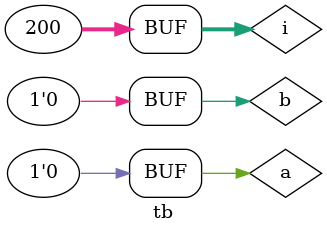
<source format=v>
`timescale 1ns / 1ps


module tb( );

wire qa,qb;
reg a,b;
integer i;
pfd dut(a,b,qa,qb);

initial begin
a=1'b0;b=1'b0;
for(i=0; i<200; i=i+1)
begin
#5;
a=~a;
#10;
b=~b;

end

end
endmodule

</source>
